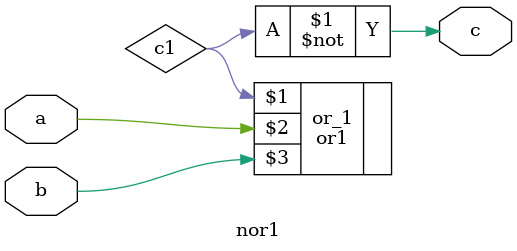
<source format=v>
module nor1(output c, input a, input b);

wire c1;

or1 or_1(c1, a, b);
nand(c, c1);

endmodule
</source>
